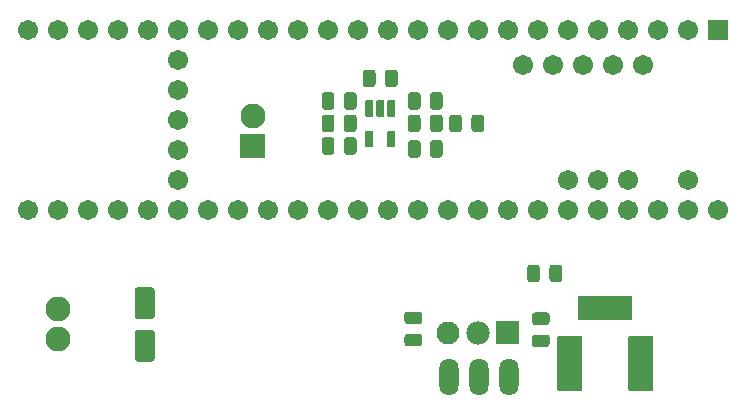
<source format=gbr>
G04 #@! TF.GenerationSoftware,KiCad,Pcbnew,(5.1.8-0-10_14)*
G04 #@! TF.CreationDate,2020-11-22T12:24:40+11:00*
G04 #@! TF.ProjectId,Phenobottle v18,5068656e-6f62-46f7-9474-6c6520763138,rev?*
G04 #@! TF.SameCoordinates,Original*
G04 #@! TF.FileFunction,Soldermask,Top*
G04 #@! TF.FilePolarity,Negative*
%FSLAX46Y46*%
G04 Gerber Fmt 4.6, Leading zero omitted, Abs format (unit mm)*
G04 Created by KiCad (PCBNEW (5.1.8-0-10_14)) date 2020-11-22 12:24:40*
%MOMM*%
%LPD*%
G01*
G04 APERTURE LIST*
%ADD10C,1.702000*%
%ADD11O,1.626000X3.150000*%
%ADD12C,1.952000*%
%ADD13C,1.982000*%
%ADD14C,2.102000*%
%ADD15C,2.122000*%
G04 APERTURE END LIST*
D10*
X131470000Y-77780000D03*
X128930000Y-77780000D03*
X126390000Y-77780000D03*
X123850000Y-77780000D03*
X134010000Y-77780000D03*
X136550000Y-77780000D03*
X139090000Y-77780000D03*
X121310000Y-77780000D03*
X118770000Y-77780000D03*
X116230000Y-77780000D03*
X113690000Y-77780000D03*
X126390000Y-80320000D03*
X126390000Y-82860000D03*
X126390000Y-85400000D03*
X126390000Y-87940000D03*
X126390000Y-90480000D03*
X113690000Y-93020000D03*
X116230000Y-93020000D03*
X118770000Y-93020000D03*
X121310000Y-93020000D03*
X123850000Y-93020000D03*
X126390000Y-93020000D03*
X128930000Y-93020000D03*
X131470000Y-93020000D03*
X141630000Y-77780000D03*
X144170000Y-77780000D03*
X146710000Y-77780000D03*
X149250000Y-77780000D03*
X151790000Y-77780000D03*
X154330000Y-77780000D03*
X156870000Y-77780000D03*
X159410000Y-77780000D03*
X161950000Y-77780000D03*
X164490000Y-77780000D03*
X167030000Y-77780000D03*
X169570000Y-77780000D03*
G36*
G01*
X172961000Y-76980000D02*
X172961000Y-78580000D01*
G75*
G02*
X172910000Y-78631000I-51000J0D01*
G01*
X171310000Y-78631000D01*
G75*
G02*
X171259000Y-78580000I0J51000D01*
G01*
X171259000Y-76980000D01*
G75*
G02*
X171310000Y-76929000I51000J0D01*
G01*
X172910000Y-76929000D01*
G75*
G02*
X172961000Y-76980000I0J-51000D01*
G01*
G37*
X134010000Y-93020000D03*
X136550000Y-93020000D03*
X139090000Y-93020000D03*
X141630000Y-93020000D03*
X144170000Y-93020000D03*
X146710000Y-93020000D03*
X149250000Y-93020000D03*
X151790000Y-93020000D03*
X154330000Y-93020000D03*
X156870000Y-93020000D03*
X159410000Y-93020000D03*
X161950000Y-93020000D03*
X164490000Y-93020000D03*
X167030000Y-93020000D03*
X169570000Y-93020000D03*
X172110000Y-93020000D03*
X169570000Y-90480000D03*
X164490000Y-90480000D03*
X161950000Y-90480000D03*
X159410000Y-90480000D03*
X165760000Y-80780000D03*
X163220000Y-80780000D03*
X160680000Y-80780000D03*
X158140000Y-80780000D03*
X155600000Y-80780000D03*
D11*
X149352000Y-107188000D03*
X151892000Y-107188000D03*
X154432000Y-107188000D03*
G36*
G01*
X144170400Y-86359800D02*
X144729200Y-86359800D01*
G75*
G02*
X144780200Y-86410800I0J-51000D01*
G01*
X144780200Y-87680800D01*
G75*
G02*
X144729200Y-87731800I-51000J0D01*
G01*
X144170400Y-87731800D01*
G75*
G02*
X144119400Y-87680800I0J51000D01*
G01*
X144119400Y-86410800D01*
G75*
G02*
X144170400Y-86359800I51000J0D01*
G01*
G37*
G36*
G01*
X142290800Y-86359800D02*
X142849600Y-86359800D01*
G75*
G02*
X142900600Y-86410800I0J-51000D01*
G01*
X142900600Y-87680800D01*
G75*
G02*
X142849600Y-87731800I-51000J0D01*
G01*
X142290800Y-87731800D01*
G75*
G02*
X142239800Y-87680800I0J51000D01*
G01*
X142239800Y-86410800D01*
G75*
G02*
X142290800Y-86359800I51000J0D01*
G01*
G37*
G36*
G01*
X142290800Y-83769000D02*
X142849600Y-83769000D01*
G75*
G02*
X142900600Y-83820000I0J-51000D01*
G01*
X142900600Y-85090000D01*
G75*
G02*
X142849600Y-85141000I-51000J0D01*
G01*
X142290800Y-85141000D01*
G75*
G02*
X142239800Y-85090000I0J51000D01*
G01*
X142239800Y-83820000D01*
G75*
G02*
X142290800Y-83769000I51000J0D01*
G01*
G37*
G36*
G01*
X143230600Y-83769000D02*
X143789400Y-83769000D01*
G75*
G02*
X143840400Y-83820000I0J-51000D01*
G01*
X143840400Y-85090000D01*
G75*
G02*
X143789400Y-85141000I-51000J0D01*
G01*
X143230600Y-85141000D01*
G75*
G02*
X143179600Y-85090000I0J51000D01*
G01*
X143179600Y-83820000D01*
G75*
G02*
X143230600Y-83769000I51000J0D01*
G01*
G37*
G36*
G01*
X144170400Y-83769000D02*
X144729200Y-83769000D01*
G75*
G02*
X144780200Y-83820000I0J-51000D01*
G01*
X144780200Y-85090000D01*
G75*
G02*
X144729200Y-85141000I-51000J0D01*
G01*
X144170400Y-85141000D01*
G75*
G02*
X144119400Y-85090000I0J51000D01*
G01*
X144119400Y-83820000D01*
G75*
G02*
X144170400Y-83769000I51000J0D01*
G01*
G37*
G36*
G01*
X157830500Y-98906750D02*
X157830500Y-97943250D01*
G75*
G02*
X158099750Y-97674000I269250J0D01*
G01*
X158638250Y-97674000D01*
G75*
G02*
X158907500Y-97943250I0J-269250D01*
G01*
X158907500Y-98906750D01*
G75*
G02*
X158638250Y-99176000I-269250J0D01*
G01*
X158099750Y-99176000D01*
G75*
G02*
X157830500Y-98906750I0J269250D01*
G01*
G37*
G36*
G01*
X155955500Y-98906750D02*
X155955500Y-97943250D01*
G75*
G02*
X156224750Y-97674000I269250J0D01*
G01*
X156763250Y-97674000D01*
G75*
G02*
X157032500Y-97943250I0J-269250D01*
G01*
X157032500Y-98906750D01*
G75*
G02*
X156763250Y-99176000I-269250J0D01*
G01*
X156224750Y-99176000D01*
G75*
G02*
X155955500Y-98906750I0J269250D01*
G01*
G37*
G36*
G01*
X140431500Y-86206750D02*
X140431500Y-85243250D01*
G75*
G02*
X140700750Y-84974000I269250J0D01*
G01*
X141239250Y-84974000D01*
G75*
G02*
X141508500Y-85243250I0J-269250D01*
G01*
X141508500Y-86206750D01*
G75*
G02*
X141239250Y-86476000I-269250J0D01*
G01*
X140700750Y-86476000D01*
G75*
G02*
X140431500Y-86206750I0J269250D01*
G01*
G37*
G36*
G01*
X138556500Y-86206750D02*
X138556500Y-85243250D01*
G75*
G02*
X138825750Y-84974000I269250J0D01*
G01*
X139364250Y-84974000D01*
G75*
G02*
X139633500Y-85243250I0J-269250D01*
G01*
X139633500Y-86206750D01*
G75*
G02*
X139364250Y-86476000I-269250J0D01*
G01*
X138825750Y-86476000D01*
G75*
G02*
X138556500Y-86206750I0J269250D01*
G01*
G37*
G36*
G01*
X140431500Y-84301750D02*
X140431500Y-83338250D01*
G75*
G02*
X140700750Y-83069000I269250J0D01*
G01*
X141239250Y-83069000D01*
G75*
G02*
X141508500Y-83338250I0J-269250D01*
G01*
X141508500Y-84301750D01*
G75*
G02*
X141239250Y-84571000I-269250J0D01*
G01*
X140700750Y-84571000D01*
G75*
G02*
X140431500Y-84301750I0J269250D01*
G01*
G37*
G36*
G01*
X138556500Y-84301750D02*
X138556500Y-83338250D01*
G75*
G02*
X138825750Y-83069000I269250J0D01*
G01*
X139364250Y-83069000D01*
G75*
G02*
X139633500Y-83338250I0J-269250D01*
G01*
X139633500Y-84301750D01*
G75*
G02*
X139364250Y-84571000I-269250J0D01*
G01*
X138825750Y-84571000D01*
G75*
G02*
X138556500Y-84301750I0J269250D01*
G01*
G37*
G36*
G01*
X151226500Y-86206750D02*
X151226500Y-85243250D01*
G75*
G02*
X151495750Y-84974000I269250J0D01*
G01*
X152034250Y-84974000D01*
G75*
G02*
X152303500Y-85243250I0J-269250D01*
G01*
X152303500Y-86206750D01*
G75*
G02*
X152034250Y-86476000I-269250J0D01*
G01*
X151495750Y-86476000D01*
G75*
G02*
X151226500Y-86206750I0J269250D01*
G01*
G37*
G36*
G01*
X149351500Y-86206750D02*
X149351500Y-85243250D01*
G75*
G02*
X149620750Y-84974000I269250J0D01*
G01*
X150159250Y-84974000D01*
G75*
G02*
X150428500Y-85243250I0J-269250D01*
G01*
X150428500Y-86206750D01*
G75*
G02*
X150159250Y-86476000I-269250J0D01*
G01*
X149620750Y-86476000D01*
G75*
G02*
X149351500Y-86206750I0J269250D01*
G01*
G37*
G36*
G01*
X147719000Y-86206750D02*
X147719000Y-85243250D01*
G75*
G02*
X147988250Y-84974000I269250J0D01*
G01*
X148526750Y-84974000D01*
G75*
G02*
X148796000Y-85243250I0J-269250D01*
G01*
X148796000Y-86206750D01*
G75*
G02*
X148526750Y-86476000I-269250J0D01*
G01*
X147988250Y-86476000D01*
G75*
G02*
X147719000Y-86206750I0J269250D01*
G01*
G37*
G36*
G01*
X145844000Y-86206750D02*
X145844000Y-85243250D01*
G75*
G02*
X146113250Y-84974000I269250J0D01*
G01*
X146651750Y-84974000D01*
G75*
G02*
X146921000Y-85243250I0J-269250D01*
G01*
X146921000Y-86206750D01*
G75*
G02*
X146651750Y-86476000I-269250J0D01*
G01*
X146113250Y-86476000D01*
G75*
G02*
X145844000Y-86206750I0J269250D01*
G01*
G37*
D12*
X149225000Y-103429000D03*
D13*
X151765000Y-103429000D03*
G36*
G01*
X155281000Y-102504000D02*
X155281000Y-104354000D01*
G75*
G02*
X155230000Y-104405000I-51000J0D01*
G01*
X153380000Y-104405000D01*
G75*
G02*
X153329000Y-104354000I0J51000D01*
G01*
X153329000Y-102504000D01*
G75*
G02*
X153380000Y-102453000I51000J0D01*
G01*
X155230000Y-102453000D01*
G75*
G02*
X155281000Y-102504000I0J-51000D01*
G01*
G37*
D14*
X132715000Y-85090000D03*
G36*
G01*
X133715000Y-88681000D02*
X131715000Y-88681000D01*
G75*
G02*
X131664000Y-88630000I0J51000D01*
G01*
X131664000Y-86630000D01*
G75*
G02*
X131715000Y-86579000I51000J0D01*
G01*
X133715000Y-86579000D01*
G75*
G02*
X133766000Y-86630000I0J-51000D01*
G01*
X133766000Y-88630000D01*
G75*
G02*
X133715000Y-88681000I-51000J0D01*
G01*
G37*
D15*
X116205000Y-101473000D03*
X116205000Y-104013000D03*
G36*
G01*
X164560000Y-103744000D02*
X166560000Y-103744000D01*
G75*
G02*
X166611000Y-103795000I0J-51000D01*
G01*
X166611000Y-108295000D01*
G75*
G02*
X166560000Y-108346000I-51000J0D01*
G01*
X164560000Y-108346000D01*
G75*
G02*
X164509000Y-108295000I0J51000D01*
G01*
X164509000Y-103795000D01*
G75*
G02*
X164560000Y-103744000I51000J0D01*
G01*
G37*
G36*
G01*
X158560000Y-103744000D02*
X160560000Y-103744000D01*
G75*
G02*
X160611000Y-103795000I0J-51000D01*
G01*
X160611000Y-108295000D01*
G75*
G02*
X160560000Y-108346000I-51000J0D01*
G01*
X158560000Y-108346000D01*
G75*
G02*
X158509000Y-108295000I0J51000D01*
G01*
X158509000Y-103795000D01*
G75*
G02*
X158560000Y-103744000I51000J0D01*
G01*
G37*
G36*
G01*
X160310000Y-100294000D02*
X164810000Y-100294000D01*
G75*
G02*
X164861000Y-100345000I0J-51000D01*
G01*
X164861000Y-102345000D01*
G75*
G02*
X164810000Y-102396000I-51000J0D01*
G01*
X160310000Y-102396000D01*
G75*
G02*
X160259000Y-102345000I0J51000D01*
G01*
X160259000Y-100345000D01*
G75*
G02*
X160310000Y-100294000I51000J0D01*
G01*
G37*
G36*
G01*
X146785750Y-102725000D02*
X145822250Y-102725000D01*
G75*
G02*
X145553000Y-102455750I0J269250D01*
G01*
X145553000Y-101917250D01*
G75*
G02*
X145822250Y-101648000I269250J0D01*
G01*
X146785750Y-101648000D01*
G75*
G02*
X147055000Y-101917250I0J-269250D01*
G01*
X147055000Y-102455750D01*
G75*
G02*
X146785750Y-102725000I-269250J0D01*
G01*
G37*
G36*
G01*
X146785750Y-104600000D02*
X145822250Y-104600000D01*
G75*
G02*
X145553000Y-104330750I0J269250D01*
G01*
X145553000Y-103792250D01*
G75*
G02*
X145822250Y-103523000I269250J0D01*
G01*
X146785750Y-103523000D01*
G75*
G02*
X147055000Y-103792250I0J-269250D01*
G01*
X147055000Y-104330750D01*
G75*
G02*
X146785750Y-104600000I-269250J0D01*
G01*
G37*
G36*
G01*
X157580750Y-102803500D02*
X156617250Y-102803500D01*
G75*
G02*
X156348000Y-102534250I0J269250D01*
G01*
X156348000Y-101995750D01*
G75*
G02*
X156617250Y-101726500I269250J0D01*
G01*
X157580750Y-101726500D01*
G75*
G02*
X157850000Y-101995750I0J-269250D01*
G01*
X157850000Y-102534250D01*
G75*
G02*
X157580750Y-102803500I-269250J0D01*
G01*
G37*
G36*
G01*
X157580750Y-104678500D02*
X156617250Y-104678500D01*
G75*
G02*
X156348000Y-104409250I0J269250D01*
G01*
X156348000Y-103870750D01*
G75*
G02*
X156617250Y-103601500I269250J0D01*
G01*
X157580750Y-103601500D01*
G75*
G02*
X157850000Y-103870750I0J-269250D01*
G01*
X157850000Y-104409250D01*
G75*
G02*
X157580750Y-104678500I-269250J0D01*
G01*
G37*
G36*
G01*
X124156063Y-102294000D02*
X122985937Y-102294000D01*
G75*
G02*
X122720000Y-102028063I0J265937D01*
G01*
X122720000Y-99857937D01*
G75*
G02*
X122985937Y-99592000I265937J0D01*
G01*
X124156063Y-99592000D01*
G75*
G02*
X124422000Y-99857937I0J-265937D01*
G01*
X124422000Y-102028063D01*
G75*
G02*
X124156063Y-102294000I-265937J0D01*
G01*
G37*
G36*
G01*
X124156063Y-105894000D02*
X122985937Y-105894000D01*
G75*
G02*
X122720000Y-105628063I0J265937D01*
G01*
X122720000Y-103457937D01*
G75*
G02*
X122985937Y-103192000I265937J0D01*
G01*
X124156063Y-103192000D01*
G75*
G02*
X124422000Y-103457937I0J-265937D01*
G01*
X124422000Y-105628063D01*
G75*
G02*
X124156063Y-105894000I-265937J0D01*
G01*
G37*
G36*
G01*
X143909000Y-82396750D02*
X143909000Y-81433250D01*
G75*
G02*
X144178250Y-81164000I269250J0D01*
G01*
X144716750Y-81164000D01*
G75*
G02*
X144986000Y-81433250I0J-269250D01*
G01*
X144986000Y-82396750D01*
G75*
G02*
X144716750Y-82666000I-269250J0D01*
G01*
X144178250Y-82666000D01*
G75*
G02*
X143909000Y-82396750I0J269250D01*
G01*
G37*
G36*
G01*
X142034000Y-82396750D02*
X142034000Y-81433250D01*
G75*
G02*
X142303250Y-81164000I269250J0D01*
G01*
X142841750Y-81164000D01*
G75*
G02*
X143111000Y-81433250I0J-269250D01*
G01*
X143111000Y-82396750D01*
G75*
G02*
X142841750Y-82666000I-269250J0D01*
G01*
X142303250Y-82666000D01*
G75*
G02*
X142034000Y-82396750I0J269250D01*
G01*
G37*
G36*
G01*
X139633500Y-87148250D02*
X139633500Y-88111750D01*
G75*
G02*
X139364250Y-88381000I-269250J0D01*
G01*
X138825750Y-88381000D01*
G75*
G02*
X138556500Y-88111750I0J269250D01*
G01*
X138556500Y-87148250D01*
G75*
G02*
X138825750Y-86879000I269250J0D01*
G01*
X139364250Y-86879000D01*
G75*
G02*
X139633500Y-87148250I0J-269250D01*
G01*
G37*
G36*
G01*
X141508500Y-87148250D02*
X141508500Y-88111750D01*
G75*
G02*
X141239250Y-88381000I-269250J0D01*
G01*
X140700750Y-88381000D01*
G75*
G02*
X140431500Y-88111750I0J269250D01*
G01*
X140431500Y-87148250D01*
G75*
G02*
X140700750Y-86879000I269250J0D01*
G01*
X141239250Y-86879000D01*
G75*
G02*
X141508500Y-87148250I0J-269250D01*
G01*
G37*
G36*
G01*
X147719000Y-88365750D02*
X147719000Y-87402250D01*
G75*
G02*
X147988250Y-87133000I269250J0D01*
G01*
X148526750Y-87133000D01*
G75*
G02*
X148796000Y-87402250I0J-269250D01*
G01*
X148796000Y-88365750D01*
G75*
G02*
X148526750Y-88635000I-269250J0D01*
G01*
X147988250Y-88635000D01*
G75*
G02*
X147719000Y-88365750I0J269250D01*
G01*
G37*
G36*
G01*
X145844000Y-88365750D02*
X145844000Y-87402250D01*
G75*
G02*
X146113250Y-87133000I269250J0D01*
G01*
X146651750Y-87133000D01*
G75*
G02*
X146921000Y-87402250I0J-269250D01*
G01*
X146921000Y-88365750D01*
G75*
G02*
X146651750Y-88635000I-269250J0D01*
G01*
X146113250Y-88635000D01*
G75*
G02*
X145844000Y-88365750I0J269250D01*
G01*
G37*
G36*
G01*
X147719000Y-84301750D02*
X147719000Y-83338250D01*
G75*
G02*
X147988250Y-83069000I269250J0D01*
G01*
X148526750Y-83069000D01*
G75*
G02*
X148796000Y-83338250I0J-269250D01*
G01*
X148796000Y-84301750D01*
G75*
G02*
X148526750Y-84571000I-269250J0D01*
G01*
X147988250Y-84571000D01*
G75*
G02*
X147719000Y-84301750I0J269250D01*
G01*
G37*
G36*
G01*
X145844000Y-84301750D02*
X145844000Y-83338250D01*
G75*
G02*
X146113250Y-83069000I269250J0D01*
G01*
X146651750Y-83069000D01*
G75*
G02*
X146921000Y-83338250I0J-269250D01*
G01*
X146921000Y-84301750D01*
G75*
G02*
X146651750Y-84571000I-269250J0D01*
G01*
X146113250Y-84571000D01*
G75*
G02*
X145844000Y-84301750I0J269250D01*
G01*
G37*
M02*

</source>
